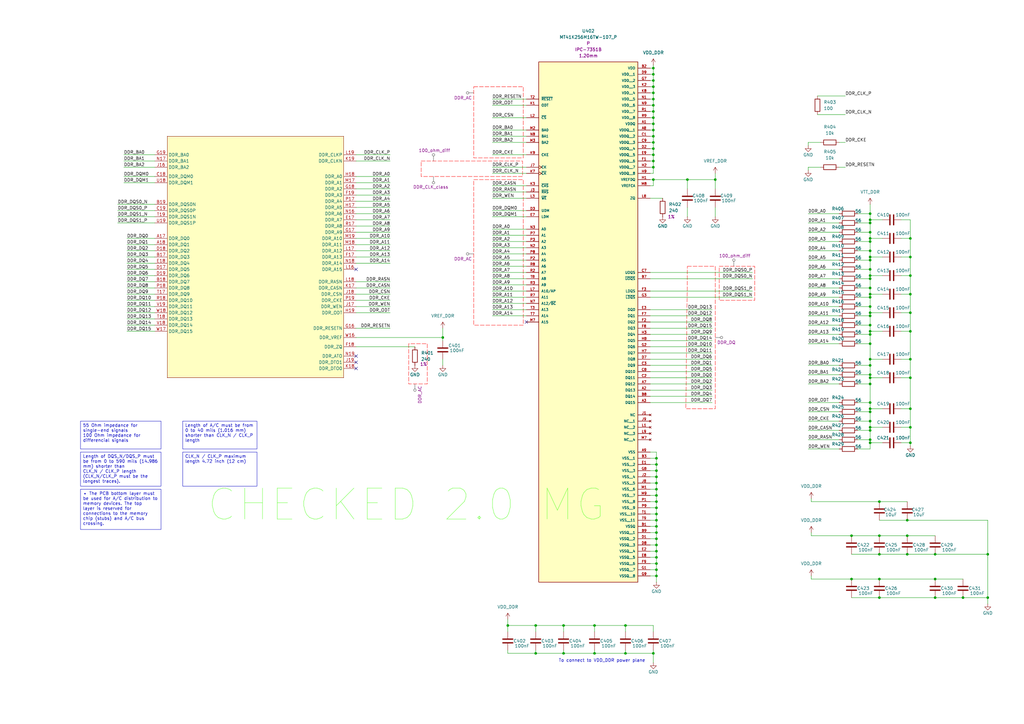
<source format=kicad_sch>
(kicad_sch (version 20250114) (generator "eeschema") (generator_version "9.0")
  (paper "A3")
  (title_block (company "COMPANY_NAME") (comment 1 "Author: Mykola Grodskyi") (comment 2 "Copyright © 2025 Mykola Grodskyi.") (comment 3 "Licensed under CERN-OHL-S v2 (see LICENSE for details)") (comment 4 "PROVIDED \"AS IS\" WITHOUT WARRANTY OF ANY KIND") (comment 5 "Source: github.com/"))
  (text "To connect to VDD_DDR power plane" (at 246.888 271.018 0) (effects (font (size 1.27 1.27))))
  (text "CHECKED 2.0 MG\n" (at 166.624 207.264 0) (effects (font (size 12.7 12.7))))
  (text_box "Length of DQS_N/DQS_P must be from 0 to 590 mils (14.986 mm) shorter than\nCLK_N / CLK_P length (CLK_N/CLK_P must be the longest traces)." (at 33.02 185.42 0) (size 33.02 13.97) (margins 0.9525 0.9525 0.9525 0.9525) (effects (font (size 1.27 1.27)) (justify left top)))
  (text_box "• The PCB bottom layer must be used for A/C distribution to memory devices. The top\nlayer is reserved for connections to the memory chip (stubs) and A/C bus crossing." (at 33.02 200.66 0) (size 33.02 16.51) (margins 0.9525 0.9525 0.9525 0.9525) (effects (font (size 1.27 1.27)) (justify left top)))
  (text_box "CLK_N / CLK_P maximum length 4.72 inch (12 cm)" (at 74.93 185.42 0) (size 30.48 13.97) (margins 0.9525 0.9525 0.9525 0.9525) (effects (font (size 1.27 1.27)) (justify left top)))
  (text_box "55 Ohm impedance for single-end signals\n100 Ohm impedance for differencial signals" (at 33.02 172.72 0) (size 33.02 11.43) (margins 0.9525 0.9525 0.9525 0.9525) (effects (font (size 1.27 1.27)) (justify left top)))
  (text_box "Length of A/C must be from 0 to 40 mils (1.016 mm) shorter than CLK_N / CLK_P\nlength \n" (at 74.93 172.72 0) (size 30.48 11.43) (margins 0.9525 0.9525 0.9525 0.9525) (effects (font (size 1.27 1.27)) (justify left top)))
  (junction (at 267.97 60.96))
  (junction (at 356.87 172.72))
  (junction (at 269.24 193.04))
  (junction (at 269.24 233.68))
  (junction (at 267.97 73.66))
  (junction (at 269.24 200.66))
  (junction (at 373.38 181.61))
  (junction (at 349.25 237.49))
  (junction (at 356.87 165.1))
  (junction (at 269.24 205.74))
  (junction (at 269.24 187.96))
  (junction (at 231.14 256.54))
  (junction (at 269.24 223.52))
  (junction (at 269.24 210.82))
  (junction (at 356.87 106.68))
  (junction (at 373.38 135.89))
  (junction (at 267.97 68.58))
  (junction (at 267.97 27.94))
  (junction (at 394.97 245.11))
  (junction (at 356.87 168.91))
  (junction (at 356.87 181.61))
  (junction (at 356.87 133.35))
  (junction (at 356.87 97.79))
  (junction (at 356.87 95.25))
  (junction (at 256.54 267.97))
  (junction (at 293.37 73.66))
  (junction (at 356.87 118.11))
  (junction (at 360.68 219.71))
  (junction (at 219.71 256.54))
  (junction (at 373.38 154.94))
  (junction (at 356.87 147.32))
  (junction (at 267.97 35.56))
  (junction (at 373.38 120.65))
  (junction (at 383.54 227.33))
  (junction (at 269.24 220.98))
  (junction (at 383.54 245.11))
  (junction (at 269.24 208.28))
  (junction (at 356.87 175.26))
  (junction (at 267.97 66.04))
  (junction (at 269.24 195.58))
  (junction (at 356.87 128.27))
  (junction (at 349.25 219.71))
  (junction (at 181.61 138.43))
  (junction (at 356.87 110.49))
  (junction (at 356.87 157.48))
  (junction (at 356.87 167.64))
  (junction (at 372.11 227.33))
  (junction (at 243.84 267.97))
  (junction (at 356.87 87.63))
  (junction (at 267.97 40.64))
  (junction (at 373.38 147.32))
  (junction (at 269.24 198.12))
  (junction (at 373.38 113.03))
  (junction (at 269.24 226.06))
  (junction (at 372.11 213.36))
  (junction (at 243.84 256.54))
  (junction (at 360.68 205.74))
  (junction (at 373.38 128.27))
  (junction (at 267.97 45.72))
  (junction (at 356.87 154.94))
  (junction (at 356.87 114.3))
  (junction (at 373.38 97.79))
  (junction (at 269.24 231.14))
  (junction (at 356.87 113.03))
  (junction (at 269.24 190.5))
  (junction (at 267.97 63.5))
  (junction (at 269.24 218.44))
  (junction (at 356.87 129.54))
  (junction (at 383.54 237.49))
  (junction (at 267.97 30.48))
  (junction (at 356.87 149.86))
  (junction (at 405.13 227.33))
  (junction (at 356.87 90.17))
  (junction (at 360.68 227.33))
  (junction (at 372.11 219.71))
  (junction (at 356.87 99.06))
  (junction (at 267.97 267.97))
  (junction (at 267.97 50.8))
  (junction (at 373.38 175.26))
  (junction (at 356.87 105.41))
  (junction (at 269.24 228.6))
  (junction (at 267.97 43.18))
  (junction (at 269.24 215.9))
  (junction (at 373.38 167.64))
  (junction (at 267.97 33.02))
  (junction (at 256.54 256.54))
  (junction (at 356.87 120.65))
  (junction (at 281.94 73.66))
  (junction (at 208.28 256.54))
  (junction (at 360.68 245.11))
  (junction (at 356.87 125.73))
  (junction (at 356.87 137.16))
  (junction (at 267.97 53.34))
  (junction (at 269.24 203.2))
  (junction (at 356.87 180.34))
  (junction (at 269.24 213.36))
  (junction (at 356.87 140.97))
  (junction (at 373.38 105.41))
  (junction (at 267.97 38.1))
  (junction (at 219.71 267.97))
  (junction (at 269.24 236.22))
  (junction (at 267.97 48.26))
  (junction (at 267.97 58.42))
  (junction (at 231.14 267.97))
  (junction (at 360.68 237.49))
  (junction (at 356.87 91.44))
  (junction (at 356.87 153.67))
  (junction (at 356.87 176.53))
  (junction (at 405.13 245.11))
  (junction (at 356.87 102.87))
  (junction (at 356.87 121.92))
  (junction (at 267.97 55.88))
  (junction (at 356.87 135.89))
  (no_connect (at 146.05 110.49))
  (no_connect (at 215.9 132.08))
  (no_connect (at 146.05 148.59))
  (no_connect (at 146.05 151.13))
  (no_connect (at 146.05 146.05))
  (wire (pts (xy 269.24 205.74) (xy 269.24 208.28)))
  (wire (pts (xy 52.07 130.81) (xy 63.5 130.81)))
  (wire (pts (xy 331.47 184.15) (xy 344.17 184.15)))
  (wire (pts (xy 373.38 97.79) (xy 373.38 105.41)))
  (wire (pts (xy 281.94 73.66) (xy 281.94 77.47)))
  (wire (pts (xy 269.24 193.04) (xy 269.24 195.58)))
  (wire (pts (xy 52.07 115.57) (xy 63.5 115.57)))
  (wire (pts (xy 356.87 180.34) (xy 356.87 181.61)))
  (wire (pts (xy 356.87 95.25) (xy 356.87 97.79)))
  (wire (pts (xy 201.93 101.6) (xy 215.9 101.6)))
  (wire (pts (xy 256.54 256.54) (xy 256.54 259.08)))
  (wire (pts (xy 361.95 181.61) (xy 356.87 181.61)))
  (wire (pts (xy 383.54 245.11) (xy 394.97 245.11)))
  (wire (pts (xy 356.87 99.06) (xy 356.87 102.87)))
  (wire (pts (xy 360.68 245.11) (xy 383.54 245.11)))
  (wire (pts (xy 356.87 90.17) (xy 356.87 91.44)))
  (wire (pts (xy 266.7 149.86) (xy 292.1 149.86)))
  (wire (pts (xy 160.02 66.04) (xy 146.05 66.04)))
  (wire (pts (xy 267.97 30.48) (xy 267.97 33.02)))
  (wire (pts (xy 356.87 87.63) (xy 356.87 90.17)))
  (wire (pts (xy 331.47 176.53) (xy 344.17 176.53)))
  (wire (pts (xy 267.97 267.97) (xy 267.97 271.78)))
  (wire (pts (xy 356.87 114.3) (xy 351.79 114.3)))
  (wire (pts (xy 269.24 208.28) (xy 266.7 208.28)))
  (wire (pts (xy 356.87 106.68) (xy 356.87 110.49)))
  (wire (pts (xy 266.7 129.54) (xy 292.1 129.54)))
  (wire (pts (xy 331.47 68.58) (xy 336.55 68.58)))
  (wire (pts (xy 331.47 137.16) (xy 344.17 137.16)))
  (wire (pts (xy 373.38 135.89) (xy 373.38 147.32)))
  (wire (pts (xy 356.87 118.11) (xy 351.79 118.11)))
  (wire (pts (xy 269.24 198.12) (xy 266.7 198.12)))
  (wire (pts (xy 356.87 140.97) (xy 356.87 147.32)))
  (wire (pts (xy 269.24 213.36) (xy 269.24 215.9)))
  (wire (pts (xy 356.87 176.53) (xy 356.87 180.34)))
  (wire (pts (xy 356.87 97.79) (xy 356.87 99.06)))
  (wire (pts (xy 356.87 137.16) (xy 351.79 137.16)))
  (wire (pts (xy 269.24 226.06) (xy 266.7 226.06)))
  (wire (pts (xy 52.07 102.87) (xy 63.5 102.87)))
  (wire (pts (xy 48.26 86.36) (xy 63.5 86.36)))
  (wire (pts (xy 361.95 120.65) (xy 356.87 120.65)))
  (wire (pts (xy 356.87 110.49) (xy 351.79 110.49)))
  (wire (pts (xy 360.68 213.36) (xy 372.11 213.36)))
  (wire (pts (xy 361.95 97.79) (xy 356.87 97.79)))
  (wire (pts (xy 356.87 180.34) (xy 351.79 180.34)))
  (wire (pts (xy 160.02 102.87) (xy 146.05 102.87)))
  (wire (pts (xy 356.87 165.1) (xy 356.87 167.64)))
  (wire (pts (xy 373.38 128.27) (xy 369.57 128.27)))
  (wire (pts (xy 269.24 200.66) (xy 266.7 200.66)))
  (wire (pts (xy 266.7 139.7) (xy 292.1 139.7)))
  (wire (pts (xy 331.47 58.42) (xy 336.55 58.42)))
  (wire (pts (xy 372.11 227.33) (xy 383.54 227.33)))
  (wire (pts (xy 356.87 87.63) (xy 351.79 87.63)))
  (wire (pts (xy 356.87 129.54) (xy 356.87 133.35)))
  (wire (pts (xy 267.97 40.64) (xy 267.97 43.18)))
  (wire (pts (xy 201.93 86.36) (xy 215.9 86.36)))
  (wire (pts (xy 160.02 118.11) (xy 146.05 118.11)))
  (wire (pts (xy 267.97 43.18) (xy 267.97 45.72)))
  (wire (pts (xy 52.07 135.89) (xy 63.5 135.89)))
  (wire (pts (xy 394.97 245.11) (xy 405.13 245.11)))
  (wire (pts (xy 48.26 91.44) (xy 63.5 91.44)))
  (wire (pts (xy 383.54 237.49) (xy 394.97 237.49)))
  (wire (pts (xy 160.02 95.25) (xy 146.05 95.25)))
  (wire (pts (xy 266.7 157.48) (xy 292.1 157.48)))
  (wire (pts (xy 52.07 128.27) (xy 63.5 128.27)))
  (wire (pts (xy 267.97 27.94) (xy 266.7 27.94)))
  (wire (pts (xy 405.13 245.11) (xy 405.13 247.65)))
  (wire (pts (xy 269.24 195.58) (xy 266.7 195.58)))
  (wire (pts (xy 269.24 220.98) (xy 266.7 220.98)))
  (wire (pts (xy 266.7 134.62) (xy 292.1 134.62)))
  (wire (pts (xy 201.93 121.92) (xy 215.9 121.92)))
  (wire (pts (xy 267.97 68.58) (xy 267.97 71.12)))
  (wire (pts (xy 267.97 33.02) (xy 266.7 33.02)))
  (wire (pts (xy 269.24 185.42) (xy 269.24 187.96)))
  (wire (pts (xy 266.7 119.38) (xy 308.61 119.38)))
  (wire (pts (xy 269.24 223.52) (xy 266.7 223.52)))
  (wire (pts (xy 349.25 219.71) (xy 360.68 219.71)))
  (wire (pts (xy 269.24 220.98) (xy 269.24 223.52)))
  (wire (pts (xy 267.97 26.67) (xy 267.97 27.94)))
  (wire (pts (xy 267.97 55.88) (xy 266.7 55.88)))
  (wire (pts (xy 331.47 59.69) (xy 331.47 58.42)))
  (wire (pts (xy 372.11 219.71) (xy 383.54 219.71)))
  (wire (pts (xy 160.02 125.73) (xy 146.05 125.73)))
  (wire (pts (xy 266.7 73.66) (xy 267.97 73.66)))
  (wire (pts (xy 267.97 55.88) (xy 267.97 58.42)))
  (wire (pts (xy 267.97 266.7) (xy 267.97 267.97)))
  (wire (pts (xy 243.84 266.7) (xy 243.84 267.97)))
  (wire (pts (xy 52.07 118.11) (xy 63.5 118.11)))
  (wire (pts (xy 160.02 120.65) (xy 146.05 120.65)))
  (wire (pts (xy 160.02 82.55) (xy 146.05 82.55)))
  (wire (pts (xy 269.24 208.28) (xy 269.24 210.82)))
  (wire (pts (xy 356.87 181.61) (xy 356.87 184.15)))
  (wire (pts (xy 50.8 63.5) (xy 63.5 63.5)))
  (wire (pts (xy 269.24 226.06) (xy 269.24 228.6)))
  (wire (pts (xy 266.7 162.56) (xy 292.1 162.56)))
  (wire (pts (xy 344.17 68.58) (xy 346.71 68.58)))
  (wire (pts (xy 266.7 160.02) (xy 292.1 160.02)))
  (wire (pts (xy 281.94 73.66) (xy 293.37 73.66)))
  (wire (pts (xy 266.7 114.3) (xy 308.61 114.3)))
  (wire (pts (xy 256.54 266.7) (xy 256.54 267.97)))
  (wire (pts (xy 208.28 266.7) (xy 208.28 267.97)))
  (wire (pts (xy 267.97 40.64) (xy 266.7 40.64)))
  (wire (pts (xy 269.24 187.96) (xy 269.24 190.5)))
  (wire (pts (xy 181.61 134.62) (xy 181.61 138.43)))
  (wire (pts (xy 160.02 77.47) (xy 146.05 77.47)))
  (wire (pts (xy 331.47 106.68) (xy 344.17 106.68)))
  (wire (pts (xy 269.24 231.14) (xy 269.24 233.68)))
  (wire (pts (xy 160.02 115.57) (xy 146.05 115.57)))
  (wire (pts (xy 208.28 254) (xy 208.28 256.54)))
  (wire (pts (xy 373.38 154.94) (xy 369.57 154.94)))
  (wire (pts (xy 267.97 53.34) (xy 266.7 53.34)))
  (wire (pts (xy 373.38 154.94) (xy 373.38 167.64)))
  (wire (pts (xy 372.11 213.36) (xy 405.13 213.36)))
  (wire (pts (xy 266.7 144.78) (xy 292.1 144.78)))
  (wire (pts (xy 331.47 110.49) (xy 344.17 110.49)))
  (wire (pts (xy 160.02 107.95) (xy 146.05 107.95)))
  (wire (pts (xy 405.13 227.33) (xy 405.13 245.11)))
  (wire (pts (xy 160.02 128.27) (xy 146.05 128.27)))
  (wire (pts (xy 266.7 137.16) (xy 292.1 137.16)))
  (wire (pts (xy 267.97 63.5) (xy 266.7 63.5)))
  (wire (pts (xy 201.93 88.9) (xy 215.9 88.9)))
  (wire (pts (xy 356.87 147.32) (xy 356.87 149.86)))
  (wire (pts (xy 269.24 193.04) (xy 266.7 193.04)))
  (wire (pts (xy 201.93 81.28) (xy 215.9 81.28)))
  (wire (pts (xy 201.93 99.06) (xy 215.9 99.06)))
  (wire (pts (xy 361.95 147.32) (xy 356.87 147.32)))
  (wire (pts (xy 331.47 102.87) (xy 344.17 102.87)))
  (wire (pts (xy 356.87 128.27) (xy 356.87 129.54)))
  (wire (pts (xy 373.38 167.64) (xy 369.57 167.64)))
  (wire (pts (xy 266.7 127) (xy 292.1 127)))
  (wire (pts (xy 269.24 210.82) (xy 266.7 210.82)))
  (wire (pts (xy 52.07 100.33) (xy 63.5 100.33)))
  (wire (pts (xy 160.02 90.17) (xy 146.05 90.17)))
  (wire (pts (xy 269.24 236.22) (xy 269.24 238.76)))
  (wire (pts (xy 349.25 227.33) (xy 360.68 227.33)))
  (wire (pts (xy 231.14 267.97) (xy 243.84 267.97)))
  (wire (pts (xy 331.47 125.73) (xy 344.17 125.73)))
  (wire (pts (xy 266.7 165.1) (xy 292.1 165.1)))
  (wire (pts (xy 356.87 110.49) (xy 356.87 113.03)))
  (wire (pts (xy 208.28 267.97) (xy 219.71 267.97)))
  (wire (pts (xy 373.38 128.27) (xy 373.38 135.89)))
  (wire (pts (xy 356.87 125.73) (xy 351.79 125.73)))
  (wire (pts (xy 48.26 88.9) (xy 63.5 88.9)))
  (wire (pts (xy 361.95 154.94) (xy 356.87 154.94)))
  (wire (pts (xy 160.02 97.79) (xy 146.05 97.79)))
  (wire (pts (xy 256.54 256.54) (xy 267.97 256.54)))
  (wire (pts (xy 201.93 96.52) (xy 215.9 96.52)))
  (wire (pts (xy 269.24 190.5) (xy 266.7 190.5)))
  (wire (pts (xy 331.47 149.86) (xy 344.17 149.86)))
  (wire (pts (xy 50.8 66.04) (xy 63.5 66.04)))
  (wire (pts (xy 356.87 167.64) (xy 356.87 168.91)))
  (wire (pts (xy 219.71 266.7) (xy 219.71 267.97)))
  (wire (pts (xy 356.87 154.94) (xy 356.87 157.48)))
  (wire (pts (xy 356.87 157.48) (xy 356.87 165.1)))
  (wire (pts (xy 349.25 245.11) (xy 360.68 245.11)))
  (wire (pts (xy 356.87 149.86) (xy 351.79 149.86)))
  (wire (pts (xy 373.38 147.32) (xy 369.57 147.32)))
  (wire (pts (xy 332.74 219.71) (xy 349.25 219.71)))
  (wire (pts (xy 269.24 228.6) (xy 266.7 228.6)))
  (wire (pts (xy 160.02 123.19) (xy 146.05 123.19)))
  (wire (pts (xy 351.79 95.25) (xy 356.87 95.25)))
  (wire (pts (xy 267.97 38.1) (xy 266.7 38.1)))
  (wire (pts (xy 266.7 81.28) (xy 271.78 81.28)))
  (wire (pts (xy 160.02 74.93) (xy 146.05 74.93)))
  (wire (pts (xy 219.71 256.54) (xy 231.14 256.54)))
  (wire (pts (xy 269.24 213.36) (xy 266.7 213.36)))
  (wire (pts (xy 269.24 215.9) (xy 266.7 215.9)))
  (wire (pts (xy 267.97 53.34) (xy 267.97 55.88)))
  (wire (pts (xy 356.87 129.54) (xy 351.79 129.54)))
  (wire (pts (xy 373.38 175.26) (xy 369.57 175.26)))
  (wire (pts (xy 356.87 157.48) (xy 351.79 157.48)))
  (wire (pts (xy 356.87 102.87) (xy 356.87 105.41)))
  (wire (pts (xy 243.84 256.54) (xy 256.54 256.54)))
  (wire (pts (xy 52.07 105.41) (xy 63.5 105.41)))
  (wire (pts (xy 373.38 175.26) (xy 373.38 181.61)))
  (wire (pts (xy 266.7 142.24) (xy 292.1 142.24)))
  (wire (pts (xy 332.74 236.22) (xy 332.74 237.49)))
  (wire (pts (xy 201.93 93.98) (xy 215.9 93.98)))
  (wire (pts (xy 201.93 104.14) (xy 215.9 104.14)))
  (wire (pts (xy 201.93 48.26) (xy 215.9 48.26)))
  (wire (pts (xy 201.93 116.84) (xy 215.9 116.84)))
  (wire (pts (xy 267.97 76.2) (xy 267.97 73.66)))
  (wire (pts (xy 361.95 175.26) (xy 356.87 175.26)))
  (wire (pts (xy 373.38 90.17) (xy 369.57 90.17)))
  (wire (pts (xy 181.61 139.7) (xy 181.61 138.43)))
  (wire (pts (xy 201.93 63.5) (xy 215.9 63.5)))
  (wire (pts (xy 293.37 73.66) (xy 293.37 77.47)))
  (wire (pts (xy 356.87 113.03) (xy 356.87 114.3)))
  (wire (pts (xy 50.8 72.39) (xy 63.5 72.39)))
  (wire (pts (xy 269.24 203.2) (xy 269.24 205.74)))
  (wire (pts (xy 331.47 95.25) (xy 344.17 95.25)))
  (wire (pts (xy 201.93 124.46) (xy 215.9 124.46)))
  (wire (pts (xy 201.93 43.18) (xy 215.9 43.18)))
  (wire (pts (xy 201.93 114.3) (xy 215.9 114.3)))
  (wire (pts (xy 160.02 85.09) (xy 146.05 85.09)))
  (wire (pts (xy 373.38 113.03) (xy 369.57 113.03)))
  (wire (pts (xy 269.24 198.12) (xy 269.24 200.66)))
  (wire (pts (xy 281.94 88.9) (xy 281.94 85.09)))
  (wire (pts (xy 373.38 181.61) (xy 369.57 181.61)))
  (wire (pts (xy 331.47 165.1) (xy 344.17 165.1)))
  (wire (pts (xy 356.87 176.53) (xy 351.79 176.53)))
  (wire (pts (xy 351.79 99.06) (xy 356.87 99.06)))
  (wire (pts (xy 269.24 185.42) (xy 266.7 185.42)))
  (wire (pts (xy 356.87 184.15) (xy 351.79 184.15)))
  (wire (pts (xy 266.7 147.32) (xy 292.1 147.32)))
  (wire (pts (xy 373.38 120.65) (xy 369.57 120.65)))
  (wire (pts (xy 201.93 76.2) (xy 215.9 76.2)))
  (wire (pts (xy 361.95 128.27) (xy 356.87 128.27)))
  (wire (pts (xy 201.93 71.12) (xy 215.9 71.12)))
  (wire (pts (xy 201.93 55.88) (xy 215.9 55.88)))
  (wire (pts (xy 267.97 58.42) (xy 266.7 58.42)))
  (wire (pts (xy 267.97 33.02) (xy 267.97 35.56)))
  (wire (pts (xy 201.93 53.34) (xy 215.9 53.34)))
  (wire (pts (xy 293.37 88.9) (xy 293.37 85.09)))
  (wire (pts (xy 267.97 35.56) (xy 267.97 38.1)))
  (wire (pts (xy 361.95 105.41) (xy 356.87 105.41)))
  (wire (pts (xy 335.28 39.37) (xy 346.71 39.37)))
  (wire (pts (xy 373.38 181.61) (xy 373.38 182.88)))
  (wire (pts (xy 373.38 167.64) (xy 373.38 175.26)))
  (wire (pts (xy 360.68 227.33) (xy 372.11 227.33)))
  (wire (pts (xy 267.97 58.42) (xy 267.97 60.96)))
  (wire (pts (xy 269.24 228.6) (xy 269.24 231.14)))
  (wire (pts (xy 52.07 107.95) (xy 63.5 107.95)))
  (wire (pts (xy 332.74 218.44) (xy 332.74 219.71)))
  (wire (pts (xy 269.24 233.68) (xy 266.7 233.68)))
  (wire (pts (xy 331.47 140.97) (xy 344.17 140.97)))
  (wire (pts (xy 356.87 120.65) (xy 356.87 121.92)))
  (wire (pts (xy 373.38 90.17) (xy 373.38 97.79)))
  (wire (pts (xy 269.24 203.2) (xy 266.7 203.2)))
  (wire (pts (xy 269.24 231.14) (xy 266.7 231.14)))
  (wire (pts (xy 373.38 135.89) (xy 369.57 135.89)))
  (wire (pts (xy 267.97 66.04) (xy 266.7 66.04)))
  (wire (pts (xy 331.47 91.44) (xy 344.17 91.44)))
  (wire (pts (xy 219.71 256.54) (xy 219.71 259.08)))
  (wire (pts (xy 146.05 138.43) (xy 181.61 138.43)))
  (wire (pts (xy 332.74 204.47) (xy 332.74 205.74)))
  (wire (pts (xy 52.07 110.49) (xy 63.5 110.49)))
  (wire (pts (xy 356.87 135.89) (xy 356.87 137.16)))
  (wire (pts (xy 373.38 147.32) (xy 373.38 154.94)))
  (wire (pts (xy 267.97 60.96) (xy 266.7 60.96)))
  (wire (pts (xy 269.24 205.74) (xy 266.7 205.74)))
  (wire (pts (xy 269.24 218.44) (xy 269.24 220.98)))
  (wire (pts (xy 256.54 267.97) (xy 267.97 267.97)))
  (wire (pts (xy 231.14 256.54) (xy 243.84 256.54)))
  (wire (pts (xy 267.97 259.08) (xy 267.97 256.54)))
  (wire (pts (xy 52.07 125.73) (xy 63.5 125.73)))
  (wire (pts (xy 356.87 121.92) (xy 351.79 121.92)))
  (wire (pts (xy 219.71 267.97) (xy 231.14 267.97)))
  (wire (pts (xy 361.95 113.03) (xy 356.87 113.03)))
  (wire (pts (xy 356.87 102.87) (xy 351.79 102.87)))
  (wire (pts (xy 160.02 80.01) (xy 146.05 80.01)))
  (wire (pts (xy 331.47 180.34) (xy 344.17 180.34)))
  (wire (pts (xy 331.47 129.54) (xy 344.17 129.54)))
  (wire (pts (xy 267.97 43.18) (xy 266.7 43.18)))
  (wire (pts (xy 361.95 135.89) (xy 356.87 135.89)))
  (wire (pts (xy 267.97 35.56) (xy 266.7 35.56)))
  (wire (pts (xy 331.47 172.72) (xy 344.17 172.72)))
  (wire (pts (xy 361.95 90.17) (xy 356.87 90.17)))
  (wire (pts (xy 201.93 40.64) (xy 215.9 40.64)))
  (wire (pts (xy 356.87 137.16) (xy 356.87 140.97)))
  (wire (pts (xy 331.47 118.11) (xy 344.17 118.11)))
  (wire (pts (xy 146.05 142.24) (xy 170.18 142.24)))
  (wire (pts (xy 373.38 97.79) (xy 369.57 97.79)))
  (wire (pts (xy 356.87 105.41) (xy 356.87 106.68)))
  (wire (pts (xy 52.07 123.19) (xy 63.5 123.19)))
  (wire (pts (xy 356.87 153.67) (xy 356.87 154.94)))
  (wire (pts (xy 356.87 118.11) (xy 356.87 120.65)))
  (wire (pts (xy 267.97 27.94) (xy 267.97 30.48)))
  (wire (pts (xy 361.95 167.64) (xy 356.87 167.64)))
  (wire (pts (xy 331.47 99.06) (xy 344.17 99.06)))
  (wire (pts (xy 331.47 87.63) (xy 344.17 87.63)))
  (wire (pts (xy 267.97 45.72) (xy 266.7 45.72)))
  (wire (pts (xy 356.87 114.3) (xy 356.87 118.11)))
  (wire (pts (xy 356.87 106.68) (xy 351.79 106.68)))
  (wire (pts (xy 293.37 71.12) (xy 293.37 73.66)))
  (wire (pts (xy 331.47 153.67) (xy 344.17 153.67)))
  (wire (pts (xy 269.24 233.68) (xy 269.24 236.22)))
  (wire (pts (xy 267.97 48.26) (xy 267.97 50.8)))
  (wire (pts (xy 201.93 68.58) (xy 215.9 68.58)))
  (wire (pts (xy 160.02 87.63) (xy 146.05 87.63)))
  (wire (pts (xy 201.93 111.76) (xy 215.9 111.76)))
  (wire (pts (xy 267.97 63.5) (xy 267.97 66.04)))
  (wire (pts (xy 181.61 149.86) (xy 181.61 147.32)))
  (wire (pts (xy 267.97 38.1) (xy 267.97 40.64)))
  (wire (pts (xy 356.87 172.72) (xy 351.79 172.72)))
  (wire (pts (xy 331.47 121.92) (xy 344.17 121.92)))
  (wire (pts (xy 356.87 165.1) (xy 351.79 165.1)))
  (wire (pts (xy 373.38 105.41) (xy 369.57 105.41)))
  (wire (pts (xy 269.24 200.66) (xy 269.24 203.2)))
  (wire (pts (xy 356.87 175.26) (xy 356.87 176.53)))
  (wire (pts (xy 267.97 50.8) (xy 266.7 50.8)))
  (wire (pts (xy 373.38 113.03) (xy 373.38 120.65)))
  (wire (pts (xy 269.24 190.5) (xy 269.24 193.04)))
  (wire (pts (xy 266.7 111.76) (xy 308.61 111.76)))
  (wire (pts (xy 201.93 109.22) (xy 215.9 109.22)))
  (wire (pts (xy 356.87 172.72) (xy 356.87 175.26)))
  (wire (pts (xy 356.87 149.86) (xy 356.87 153.67)))
  (wire (pts (xy 331.47 168.91) (xy 344.17 168.91)))
  (wire (pts (xy 331.47 114.3) (xy 344.17 114.3)))
  (wire (pts (xy 356.87 91.44) (xy 356.87 95.25)))
  (wire (pts (xy 267.97 50.8) (xy 267.97 53.34)))
  (wire (pts (xy 52.07 120.65) (xy 63.5 120.65)))
  (wire (pts (xy 243.84 256.54) (xy 243.84 259.08)))
  (wire (pts (xy 269.24 187.96) (xy 266.7 187.96)))
  (wire (pts (xy 267.97 30.48) (xy 266.7 30.48)))
  (wire (pts (xy 266.7 76.2) (xy 267.97 76.2)))
  (wire (pts (xy 266.7 154.94) (xy 292.1 154.94)))
  (wire (pts (xy 48.26 83.82) (xy 63.5 83.82)))
  (wire (pts (xy 201.93 119.38) (xy 215.9 119.38)))
  (wire (pts (xy 360.68 205.74) (xy 372.11 205.74)))
  (wire (pts (xy 356.87 140.97) (xy 351.79 140.97)))
  (wire (pts (xy 50.8 68.58) (xy 63.5 68.58)))
  (wire (pts (xy 266.7 132.08) (xy 292.1 132.08)))
  (wire (pts (xy 269.24 236.22) (xy 266.7 236.22)))
  (wire (pts (xy 373.38 120.65) (xy 373.38 128.27)))
  (wire (pts (xy 373.38 105.41) (xy 373.38 113.03)))
  (wire (pts (xy 349.25 237.49) (xy 360.68 237.49)))
  (wire (pts (xy 331.47 157.48) (xy 344.17 157.48)))
  (wire (pts (xy 356.87 168.91) (xy 351.79 168.91)))
  (wire (pts (xy 267.97 45.72) (xy 267.97 48.26)))
  (wire (pts (xy 332.74 205.74) (xy 360.68 205.74)))
  (wire (pts (xy 267.97 48.26) (xy 266.7 48.26)))
  (wire (pts (xy 267.97 60.96) (xy 267.97 63.5)))
  (wire (pts (xy 160.02 105.41) (xy 146.05 105.41)))
  (wire (pts (xy 201.93 58.42) (xy 215.9 58.42)))
  (wire (pts (xy 383.54 227.33) (xy 405.13 227.33)))
  (wire (pts (xy 356.87 121.92) (xy 356.87 125.73)))
  (wire (pts (xy 52.07 133.35) (xy 63.5 133.35)))
  (wire (pts (xy 356.87 133.35) (xy 351.79 133.35)))
  (wire (pts (xy 231.14 256.54) (xy 231.14 259.08)))
  (wire (pts (xy 331.47 133.35) (xy 344.17 133.35)))
  (wire (pts (xy 201.93 129.54) (xy 215.9 129.54)))
  (wire (pts (xy 332.74 237.49) (xy 349.25 237.49)))
  (wire (pts (xy 267.97 66.04) (xy 267.97 68.58)))
  (wire (pts (xy 356.87 153.67) (xy 351.79 153.67)))
  (wire (pts (xy 269.24 215.9) (xy 269.24 218.44)))
  (wire (pts (xy 208.28 256.54) (xy 208.28 259.08)))
  (wire (pts (xy 50.8 74.93) (xy 63.5 74.93)))
  (wire (pts (xy 160.02 63.5) (xy 146.05 63.5)))
  (wire (pts (xy 160.02 72.39) (xy 146.05 72.39)))
  (wire (pts (xy 405.13 213.36) (xy 405.13 227.33)))
  (wire (pts (xy 360.68 219.71) (xy 372.11 219.71)))
  (wire (pts (xy 269.24 195.58) (xy 269.24 198.12)))
  (wire (pts (xy 267.97 73.66) (xy 281.94 73.66)))
  (wire (pts (xy 269.24 210.82) (xy 269.24 213.36)))
  (wire (pts (xy 269.24 223.52) (xy 269.24 226.06)))
  (wire (pts (xy 346.71 46.99) (xy 335.28 46.99)))
  (wire (pts (xy 344.17 58.42) (xy 346.71 58.42)))
  (wire (pts (xy 266.7 121.92) (xy 308.61 121.92)))
  (wire (pts (xy 201.93 106.68) (xy 215.9 106.68)))
  (wire (pts (xy 356.87 168.91) (xy 356.87 172.72)))
  (wire (pts (xy 201.93 127) (xy 215.9 127)))
  (wire (pts (xy 208.28 256.54) (xy 219.71 256.54)))
  (wire (pts (xy 201.93 78.74) (xy 215.9 78.74)))
  (wire (pts (xy 52.07 97.79) (xy 63.5 97.79)))
  (wire (pts (xy 160.02 100.33) (xy 146.05 100.33)))
  (wire (pts (xy 52.07 113.03) (xy 63.5 113.03)))
  (wire (pts (xy 160.02 134.62) (xy 146.05 134.62)))
  (wire (pts (xy 267.97 68.58) (xy 266.7 68.58)))
  (wire (pts (xy 360.68 237.49) (xy 383.54 237.49)))
  (wire (pts (xy 269.24 218.44) (xy 266.7 218.44)))
  (wire (pts (xy 351.79 91.44) (xy 356.87 91.44)))
  (wire (pts (xy 160.02 92.71) (xy 146.05 92.71)))
  (wire (pts (xy 331.47 69.85) (xy 331.47 68.58)))
  (wire (pts (xy 243.84 267.97) (xy 256.54 267.97)))
  (wire (pts (xy 266.7 152.4) (xy 292.1 152.4)))
  (wire (pts (xy 356.87 125.73) (xy 356.87 128.27)))
  (wire (pts (xy 356.87 133.35) (xy 356.87 135.89)))
  (wire (pts (xy 231.14 266.7) (xy 231.14 267.97)))
  (wire (pts (xy 267.97 71.12) (xy 266.7 71.12)))
  (wire (pts (xy 356.87 83.82) (xy 356.87 87.63)))
  (label "DDR_RASN" (at 201.93 78.74 0))
  (label "DDR_DQS0_P" (at 308.61 111.76 180))
  (label "DDR_DQ10" (at 52.07 123.19 0))
  (label "DDR_DQ9" (at 52.07 120.65 0))
  (label "DDR_A10" (at 331.47 125.73 0))
  (label "DDR_A12" (at 201.93 124.46 0))
  (label "DDR_CKE" (at 331.47 172.72 0))
  (label "DDR_DQ3" (at 52.07 105.41 0))
  (label "DDR_A1" (at 201.93 96.52 0))
  (label "DDR_CASN" (at 331.47 176.53 0))
  (label "DDR_ODT" (at 201.93 43.18 0))
  (label "DDR_BA0" (at 50.8 63.5 0))
  (label "DDR_DQ5" (at 52.07 110.49 0))
  (label "DDR_DQ2" (at 292.1 157.48 180))
  (label "DDR_A2" (at 160.02 77.47 180))
  (label "DDR_A8" (at 331.47 118.11 0))
  (label "DDR_DQ14" (at 292.1 139.7 180))
  (label "DDR_DQS1_P" (at 308.61 119.38 180))
  (label "DDR_A10" (at 201.93 119.38 0))
  (label "DDR_A3" (at 160.02 80.01 180))
  (label "DDR_A3" (at 331.47 99.06 0))
  (label "DDR_A9" (at 160.02 95.25 180))
  (label "DDR_DQ3" (at 292.1 160.02 180))
  (label "DDR_BA2" (at 50.8 68.58 0))
  (label "DDR_A14" (at 331.47 140.97 0))
  (label "DDR_CSN" (at 201.93 48.26 0))
  (label "DDR_A4" (at 160.02 82.55 180))
  (label "DDR_DQS1_P" (at 48.26 91.44 0))
  (label "DDR_CKE" (at 346.71 58.42 0))
  (label "DDR_A7" (at 331.47 114.3 0))
  (label "DDR_A5" (at 201.93 106.68 0))
  (label "DDR_A9" (at 331.47 121.92 0))
  (label "DDR_DQM0" (at 201.93 86.36 0))
  (label "DDR_DQ8" (at 52.07 118.11 0))
  (label "DDR_CASN" (at 201.93 76.2 0))
  (label "DDR_A4" (at 331.47 102.87 0))
  (label "DDR_CLK_N" (at 160.02 66.04 180))
  (label "DDR_DQ13" (at 292.1 127 180))
  (label "DDR_A3" (at 201.93 101.6 0))
  (label "DDR_RESETN" (at 160.02 134.62 180))
  (label "DDR_ODT" (at 160.02 128.27 180))
  (label "DDR_A0" (at 160.02 72.39 180))
  (label "DDR_DQ10" (at 292.1 142.24 180))
  (label "DDR_CLK_P" (at 160.02 63.5 180))
  (label "DDR_DQ0" (at 292.1 154.94 180))
  (label "DDR_CKE" (at 201.93 63.5 0))
  (label "DDR_WEN" (at 160.02 125.73 180))
  (label "DDR_DQ14" (at 52.07 133.35 0))
  (label "DDR_BA0" (at 331.47 149.86 0))
  (label "DDR_BA1" (at 50.8 66.04 0))
  (label "DDR_DQ11" (at 292.1 144.78 180))
  (label "DDR_BA1" (at 201.93 55.88 0))
  (label "DDR_A14" (at 201.93 129.54 0))
  (label "DDR_WEN" (at 331.47 184.15 0))
  (label "DDR_CLK_N" (at 346.71 46.99 0))
  (label "DDR_A8" (at 201.93 114.3 0))
  (label "DDR_DQ7" (at 52.07 115.57 0))
  (label "DDR_DQ7" (at 292.1 165.1 180))
  (label "DDR_CKE" (at 160.02 123.19 180))
  (label "DDR_DQ15" (at 292.1 134.62 180))
  (label "DDR_A6" (at 331.47 110.49 0))
  (label "DDR_DQ5" (at 292.1 152.4 180))
  (label "DDR_BA2" (at 331.47 157.48 0))
  (label "DDR_A1" (at 331.47 91.44 0))
  (label "DDR_A0" (at 331.47 87.63 0))
  (label "DDR_A2" (at 331.47 95.25 0))
  (label "DDR_DQ13" (at 52.07 130.81 0))
  (label "DDR_ODT" (at 331.47 165.1 0))
  (label "DDR_DQS1_N" (at 48.26 88.9 0))
  (label "DDR_DQ6" (at 52.07 113.03 0))
  (label "DDR_A13" (at 331.47 137.16 0))
  (label "DDR_DQ12" (at 52.07 128.27 0))
  (label "DDR_A14" (at 160.02 107.95 180))
  (label "DDR_DQ15" (at 52.07 135.89 0))
  (label "DDR_A1" (at 160.02 74.93 180))
  (label "DDR_DQS0_P" (at 48.26 86.36 0))
  (label "DDR_A11" (at 201.93 121.92 0))
  (label "DDR_CLK_P" (at 346.71 39.37 0))
  (label "DDR_A7" (at 160.02 90.17 180))
  (label "DDR_BA2" (at 201.93 58.42 0))
  (label "DDR_A2" (at 201.93 99.06 0))
  (label "DDR_A4" (at 201.93 104.14 0))
  (label "DDR_A5" (at 160.02 85.09 180))
  (label "DDR_A9" (at 201.93 116.84 0))
  (label "DDR_DQ2" (at 52.07 102.87 0))
  (label "DDR_A6" (at 160.02 87.63 180))
  (label "DDR_A8" (at 160.02 92.71 180))
  (label "DDR_A12" (at 160.02 102.87 180))
  (label "DDR_DQS0_N" (at 48.26 83.82 0))
  (label "DDR_A7" (at 201.93 111.76 0))
  (label "DDR_DQ0" (at 52.07 97.79 0))
  (label "DDR_DQ1" (at 292.1 149.86 180))
  (label "DDR_DQ8" (at 292.1 132.08 180))
  (label "DDR_A5" (at 331.47 106.68 0))
  (label "DDR_RASN" (at 160.02 115.57 180))
  (label "DDR_RESETN" (at 201.93 40.64 0))
  (label "DDR_A12" (at 331.47 133.35 0))
  (label "DDR_DQ11" (at 52.07 125.73 0))
  (label "DDR_CLK_P" (at 201.93 68.58 0))
  (label "DDR_CLK_N" (at 201.93 71.12 0))
  (label "DDR_DQS1_N" (at 308.61 121.92 180))
  (label "DDR_DQ9" (at 292.1 137.16 180))
  (label "DDR_CSN" (at 331.47 168.91 0))
  (label "DDR_A11" (at 331.47 129.54 0))
  (label "DDR_A11" (at 160.02 100.33 180))
  (label "DDR_DQM1" (at 201.93 88.9 0))
  (label "DDR_BA0" (at 201.93 53.34 0))
  (label "DDR_A10" (at 160.02 97.79 180))
  (label "DDR_CASN" (at 160.02 118.11 180))
  (label "DDR_DQ6" (at 292.1 147.32 180))
  (label "DDR_DQ4" (at 52.07 107.95 0))
  (label "DDR_CSN" (at 160.02 120.65 180))
  (label "DDR_DQM0" (at 50.8 72.39 0))
  (label "DDR_DQ1" (at 52.07 100.33 0))
  (label "DDR_RASN" (at 331.47 180.34 0))
  (label "DDR_A6" (at 201.93 109.22 0))
  (label "DDR_DQ4" (at 292.1 162.56 180))
  (label "DDR_WEN" (at 201.93 81.28 0))
  (label "DDR_DQ12" (at 292.1 129.54 180))
  (label "DDR_DQM1" (at 50.8 74.93 0))
  (label "DDR_A13" (at 160.02 105.41 180))
  (label "DDR_DQS0_N" (at 308.61 114.3 180))
  (label "DDR_A0" (at 201.93 93.98 0))
  (label "DDR_A13" (at 201.93 127 0))
  (label "DDR_RESETN" (at 346.71 68.58 0))
  (label "DDR_BA1" (at 331.47 153.67 0))
  (rule_area (polyline (pts (xy 294.9575 109.22) (xy 309.5625 109.22) (xy 309.5625 123.19) (xy 294.9575 123.19)) (stroke (width 0) (type dash))))
  (rule_area (polyline (pts (xy 194.31 35.56) (xy 214.63 35.56) (xy 214.63 64.77) (xy 194.31 64.77)) (stroke (width 0) (type dash))))
  (rule_area (polyline (pts (xy 194.31 73.66) (xy 214.63 73.66) (xy 214.63 133.35) (xy 194.31 133.35)) (stroke (width 0) (type dash))))
  (rule_area (polyline (pts (xy 167.64 140.97) (xy 167.64 157.48) (xy 175.26 157.48) (xy 175.26 140.97)) (stroke (width 0) (type dash))))
  (rule_area (polyline (pts (xy 281.94 109.22) (xy 293.37 109.22) (xy 293.37 167.64) (xy 281.305 167.64)) (stroke (width 0) (type dash))))
  (rule_area (polyline (pts (xy 172.72 66.04) (xy 214.3125 66.04) (xy 214.3125 72.39) (xy 172.72 72.39)) (stroke (width 0) (type dash))))
  (netclass_flag "" (length 2.54) (shape round) (at 177.8 66.04 0) (property "Netclass" "100_ohm_diff" (at 171.704 61.722 0) (effects (justify left))))
  (netclass_flag "" (length 2.54) (shape round) (at 177.8 72.39 180) (property "Netclass" "DDR_CLK_class" (at 183.896 76.708 0) (effects (justify right))))
  (netclass_flag "" (length 2.54) (shape round) (at 170.18 157.48 180) (property "Netclass" "DDR_AC" (at 172.212 158.242 90) (effects (justify right))))
  (netclass_flag "" (length 2.54) (shape round) (at 194.31 104.14 90) (property "Netclass" "DDR_AC" (at 193.548 106.172 0) (effects (justify right))))
  (netclass_flag "" (length 2.54) (shape round) (at 293.37 138.43 270) (property "Netclass" "DDR_DQ" (at 294.132 140.462 0) (effects (justify left))))
  (netclass_flag "" (length 2.54) (shape round) (at 300.99 109.22 0) (property "Netclass" "100_ohm_diff" (at 294.894 104.902 0) (effects (justify left))))
  (netclass_flag "" (length 2.54) (shape round) (at 194.31 38.1 90) (property "Netclass" "DDR_AC" (at 193.548 40.132 0) (effects (justify right))))
  (symbol (lib_id "power:GND") (at 267.97 271.78 0) (unit 1)
    (property "Reference" "#PWR0406" (effects (hide yes)))
    (property "Value" "GND" (at 267.97 275.59 0))
    (property "Description" "Power symbol creates a global label with name \"GND\" , ground" (effects (hide yes)))
  )
  (symbol (lib_id "power:+36V") (at 332.74 236.22 0) (unit 1)
    (property "Reference" "#PWR0416" (effects (hide yes)))
    (property "Value" "VDD_DDR" (at 332.74 231.14 0))
    (property "Description" "Power symbol creates a global label with name \"+36V\"" (effects (hide yes)))
  )
  (symbol (lib_id "Device:R") (at 347.98 165.1 90) (unit 1)
    (property "Reference" "R424" (at 343.662 163.068 90))
    (property "Value" "56" (at 352.044 164.084 90))
    (property "Footprint" "Resistor_SMD:R_0402_1005Metric" (effects (hide yes)))
    (property "Description" "Resistor" (effects (hide yes)))
    (property "LCSC Part #" "C25127" (effects (hide yes)))
  )
  (symbol (lib_id "power:GND") (at 170.18 149.86 0) (unit 1)
    (property "Reference" "#PWR0401" (effects (hide yes)))
    (property "Value" "GND" (at 170.18 153.67 0))
    (property "Description" "Power symbol creates a global label with name \"GND\" , ground" (effects (hide yes)))
  )
  (symbol (lib_id "power:GND") (at 331.47 69.85 0) (unit 1)
    (property "Reference" "#PWR0413" (effects (hide yes)))
    (property "Value" "GND" (at 331.47 73.66 0))
    (property "Description" "Power symbol creates a global label with name \"GND\" , ground" (effects (hide yes)))
  )
  (symbol (lib_id "power:+36V") (at 208.28 254 0) (unit 1)
    (property "Reference" "#PWR0404" (effects (hide yes)))
    (property "Value" "VDD_DDR" (at 208.28 248.92 0))
    (property "Description" "Power symbol creates a global label with name \"+36V\"" (effects (hide yes)))
  )
  (symbol (lib_id "Device:R") (at 335.28 43.18 0) (unit 1)
    (property "Reference" "R403" (at 337.82 41.9099 0) (effects (justify left)))
    (property "Value" "100" (at 337.82 44.4499 0) (effects (justify left)))
    (property "Footprint" "Resistor_SMD:R_0402_1005Metric" (effects (hide yes)))
    (property "Description" "Resistor" (effects (hide yes)))
    (property "LCSC Part #" "C25076" (effects (hide yes)))
  )
  (symbol (lib_id "Device:C") (at 372.11 209.55 180) (unit 1)
    (property "Reference" "C427" (at 376.428 209.042 0))
    (property "Value" "10uF" (at 376.936 211.074 0))
    (property "Footprint" "Capacitor_SMD:C_0603_1608Metric" (effects (hide yes)))
    (property "Description" "Unpolarized capacitor" (effects (hide yes)))
    (property "Mouser P/N" "81-GRT188R61A106KE3D" (effects (hide yes)))
    (property "LCSC Part #" "C96446" (effects (hide yes)))
    (property "REC P/N" "GRT188R61A106KE13D" (effects (hide yes)))
  )
  (symbol (lib_id "Device:C") (at 349.25 241.3 180) (unit 1)
    (property "Reference" "C423" (at 354.076 241.3 0))
    (property "Value" "100nF" (at 355.092 243.332 0))
    (property "Footprint" "lib:C_0402_small" (effects (hide yes)))
    (property "Description" "Unpolarized capacitor" (effects (hide yes)))
    (property "Mouser P/N" "81-GRM155R61E104KA7J" (effects (hide yes)))
    (property "LCSC Part #" "C307331" (effects (hide yes)))
    (property "REC P/N" " GRM155R61E104KA87J" (effects (hide yes)))
  )
  (symbol (lib_id "Device:C") (at 365.76 135.89 90) (unit 1)
    (property "Reference" "C416" (at 362.204 133.858 90))
    (property "Value" "100nF" (at 370.332 133.858 90))
    (property "Footprint" "lib:C_0402_small" (effects (hide yes)))
    (property "Description" "Unpolarized capacitor" (effects (hide yes)))
    (property "Mouser P/N" "81-GRM155R61E104KA7J" (effects (hide yes)))
    (property "LCSC Part #" "C307331" (effects (hide yes)))
    (property "REC P/N" " GRM155R61E104KA87J" (effects (hide yes)))
  )
  (symbol (lib_id "Device:C") (at 365.76 113.03 90) (unit 1)
    (property "Reference" "C413" (at 362.204 110.998 90))
    (property "Value" "100nF" (at 370.332 110.998 90))
    (property "Footprint" "lib:C_0402_small" (effects (hide yes)))
    (property "Description" "Unpolarized capacitor" (effects (hide yes)))
    (property "Mouser P/N" "81-GRM155R61E104KA7J" (effects (hide yes)))
    (property "LCSC Part #" "C307331" (effects (hide yes)))
    (property "REC P/N" " GRM155R61E104KA87J" (effects (hide yes)))
  )
  (symbol (lib_id "Device:C") (at 365.76 97.79 90) (unit 1)
    (property "Reference" "C411" (at 362.204 95.758 90))
    (property "Value" "100nF" (at 370.332 95.758 90))
    (property "Footprint" "lib:C_0402_small" (effects (hide yes)))
    (property "Description" "Unpolarized capacitor" (effects (hide yes)))
    (property "Mouser P/N" "81-GRM155R61E104KA7J" (effects (hide yes)))
    (property "LCSC Part #" "C307331" (effects (hide yes)))
    (property "REC P/N" " GRM155R61E104KA87J" (effects (hide yes)))
  )
  (symbol (lib_id "Device:C") (at 365.76 154.94 90) (unit 1)
    (property "Reference" "C418" (at 362.204 152.908 90))
    (property "Value" "100nF" (at 370.332 152.908 90))
    (property "Footprint" "lib:C_0402_small" (effects (hide yes)))
    (property "Description" "Unpolarized capacitor" (effects (hide yes)))
    (property "Mouser P/N" "81-GRM155R61E104KA7J" (effects (hide yes)))
    (property "LCSC Part #" "C307331" (effects (hide yes)))
    (property "REC P/N" " GRM155R61E104KA87J" (effects (hide yes)))
  )
  (symbol (lib_id "Device:C") (at 181.61 143.51 180) (unit 1)
    (property "Reference" "C401" (at 186.436 141.732 0))
    (property "Value" "100nF" (at 187.452 143.764 0))
    (property "Footprint" "lib:C_0402_small" (effects (hide yes)))
    (property "Description" "Unpolarized capacitor" (effects (hide yes)))
    (property "Mouser P/N" "81-GRM155R61E104KA7J" (effects (hide yes)))
    (property "LCSC Part #" "C307331" (effects (hide yes)))
    (property "REC P/N" " GRM155R61E104KA87J" (effects (hide yes)))
  )
  (symbol (lib_id "Device:C") (at 394.97 241.3 180) (unit 1)
    (property "Reference" "C431" (at 399.796 241.3 0))
    (property "Value" "100nF" (at 400.812 243.332 0))
    (property "Footprint" "lib:C_0402_small" (effects (hide yes)))
    (property "Description" "Unpolarized capacitor" (effects (hide yes)))
    (property "Mouser P/N" "81-GRM155R61E104KA7J" (effects (hide yes)))
    (property "LCSC Part #" "C307331" (effects (hide yes)))
    (property "REC P/N" " GRM155R61E104KA87J" (effects (hide yes)))
  )
  (symbol (lib_id "power:+36V") (at 293.37 71.12 0) (unit 1)
    (property "Reference" "#PWR0410" (effects (hide yes)))
    (property "Value" "VREF_DDR" (at 293.37 66.04 0))
    (property "Description" "Power symbol creates a global label with name \"+36V\"" (effects (hide yes)))
  )
  (symbol (lib_id "Device:C") (at 267.97 262.89 180) (unit 1)
    (property "Reference" "C407" (at 272.796 262.89 0))
    (property "Value" "100nF" (at 273.812 264.922 0))
    (property "Footprint" "lib:C_0402_small" (effects (hide yes)))
    (property "Description" "Unpolarized capacitor" (effects (hide yes)))
    (property "Mouser P/N" "81-GRM155R61E104KA7J" (effects (hide yes)))
    (property "LCSC Part #" "C307331" (effects (hide yes)))
    (property "REC P/N" " GRM155R61E104KA87J" (effects (hide yes)))
  )
  (symbol (lib_id "Device:R") (at 347.98 125.73 90) (unit 1)
    (property "Reference" "R416" (at 343.662 123.698 90))
    (property "Value" "56" (at 352.044 124.714 90))
    (property "Footprint" "Resistor_SMD:R_0402_1005Metric" (effects (hide yes)))
    (property "Description" "Resistor" (effects (hide yes)))
    (property "LCSC Part #" "C25127" (effects (hide yes)))
  )
  (symbol (lib_id "MT41K256M16TW-107_P:MT41K256M16TW-107_P") (at 241.3 81.28 0) (unit 1)
    (property "Reference" "U402" (at 241.3 12.7 0))
    (property "Value" "MT41K256M16TW-107_P" (at 241.3 15.24 0))
    (property "Footprint" "lib:BGA96C80P9X16_1400X800X120" (effects (hide yes)))
    (property "MANUFACTURER" "Micron" (effects (hide yes)))
    (property "Mouser P/N" "340-265846-TRAY" (effects (hide yes)))
    (property "PARTREV" "P" (at 241.3 17.78 0))
    (property "STANDARD" "IPC-7351B" (at 241.3 20.32 0))
    (property "MAXIMUM_PACKAGE_HEIGHT" "1.20mm" (at 241.3 22.86 0))
    (property "LCSC Part #" "C253882" (effects (hide yes)))
    (property "REC P/N" "MT41K256M16TW-107:P" (effects (hide yes)))
  )
  (symbol (lib_id "Device:R") (at 347.98 157.48 90) (unit 1)
    (property "Reference" "R423" (at 343.662 155.448 90))
    (property "Value" "56" (at 352.044 156.464 90))
    (property "Footprint" "Resistor_SMD:R_0402_1005Metric" (effects (hide yes)))
    (property "Description" "Resistor" (effects (hide yes)))
    (property "LCSC Part #" "C25127" (effects (hide yes)))
  )
  (symbol (lib_id "Device:R") (at 347.98 180.34 90) (unit 1)
    (property "Reference" "R428" (at 343.662 178.308 90))
    (property "Value" "56" (at 352.044 179.324 90))
    (property "Footprint" "Resistor_SMD:R_0402_1005Metric" (effects (hide yes)))
    (property "Description" "Resistor" (effects (hide yes)))
    (property "LCSC Part #" "C25127" (effects (hide yes)))
  )
  (symbol (lib_id "power:GND") (at 373.38 182.88 0) (unit 1)
    (property "Reference" "#PWR0418" (effects (hide yes)))
    (property "Value" "GND" (at 373.38 186.69 0))
    (property "Description" "Power symbol creates a global label with name \"GND\" , ground" (effects (hide yes)))
  )
  (symbol (lib_id "power:+36V") (at 332.74 204.47 0) (unit 1)
    (property "Reference" "#PWR0414" (effects (hide yes)))
    (property "Value" "VDD_DDR" (at 332.74 199.39 0))
    (property "Description" "Power symbol creates a global label with name \"+36V\"" (effects (hide yes)))
  )
  (symbol (lib_id "Device:R") (at 347.98 95.25 90) (unit 1)
    (property "Reference" "R408" (at 343.662 93.218 90))
    (property "Value" "56" (at 352.044 94.234 90))
    (property "Footprint" "Resistor_SMD:R_0402_1005Metric" (effects (hide yes)))
    (property "Description" "Resistor" (effects (hide yes)))
    (property "LCSC Part #" "C25127" (effects (hide yes)))
  )
  (symbol (lib_id "Device:R") (at 271.78 85.09 0) (unit 1)
    (property "Reference" "R402" (at 274.32 83.8199 0) (effects (justify left)))
    (property "Value" "240" (at 274.32 86.3599 0) (effects (justify left)))
    (property "Footprint" "Resistor_SMD:R_0402_1005Metric" (effects (hide yes)))
    (property "Description" "Resistor" (effects (hide yes)))
    (property "TOL" "1%" (at 275.336 88.9 0))
    (property "LCSC Part #" "C25094" (effects (hide yes)))
  )
  (symbol (lib_id "Device:R") (at 347.98 153.67 90) (unit 1)
    (property "Reference" "R422" (at 343.662 151.638 90))
    (property "Value" "56" (at 352.044 152.654 90))
    (property "Footprint" "Resistor_SMD:R_0402_1005Metric" (effects (hide yes)))
    (property "Description" "Resistor" (effects (hide yes)))
    (property "LCSC Part #" "C25127" (effects (hide yes)))
  )
  (symbol (lib_id "power:GND") (at 271.78 88.9 0) (unit 1)
    (property "Reference" "#PWR0408" (effects (hide yes)))
    (property "Value" "GND" (at 271.78 92.71 0))
    (property "Description" "Power symbol creates a global label with name \"GND\" , ground" (effects (hide yes)))
  )
  (symbol (lib_id "power:+36V") (at 356.87 83.82 0) (unit 1)
    (property "Reference" "#PWR0417" (effects (hide yes)))
    (property "Value" "VTT_DDR" (at 356.87 78.74 0))
    (property "Description" "Power symbol creates a global label with name \"+36V\"" (effects (hide yes)))
  )
  (symbol (lib_id "Device:C") (at 360.68 209.55 180) (unit 1)
    (property "Reference" "C424" (at 364.998 209.042 0))
    (property "Value" "10uF" (at 365.506 211.074 0))
    (property "Footprint" "Capacitor_SMD:C_0603_1608Metric" (effects (hide yes)))
    (property "Description" "Unpolarized capacitor" (effects (hide yes)))
    (property "Mouser P/N" "81-GRT188R61A106KE3D" (effects (hide yes)))
    (property "LCSC Part #" "C96446" (effects (hide yes)))
    (property "REC P/N" "GRT188R61A106KE13D" (effects (hide yes)))
  )
  (symbol (lib_id "Device:C") (at 372.11 223.52 180) (unit 1)
    (property "Reference" "C428" (at 376.936 223.52 0))
    (property "Value" "100nF" (at 377.952 225.552 0))
    (property "Footprint" "lib:C_0402_small" (effects (hide yes)))
    (property "Description" "Unpolarized capacitor" (effects (hide yes)))
    (property "Mouser P/N" "81-GRM155R61E104KA7J" (effects (hide yes)))
    (property "LCSC Part #" "C307331" (effects (hide yes)))
    (property "REC P/N" " GRM155R61E104KA87J" (effects (hide yes)))
  )
  (symbol (lib_id "Device:R") (at 347.98 137.16 90) (unit 1)
    (property "Reference" "R419" (at 343.662 135.128 90))
    (property "Value" "56" (at 352.044 136.144 90))
    (property "Footprint" "Resistor_SMD:R_0402_1005Metric" (effects (hide yes)))
    (property "Description" "Resistor" (effects (hide yes)))
    (property "LCSC Part #" "C25127" (effects (hide yes)))
  )
  (symbol (lib_id "Device:R") (at 347.98 176.53 90) (unit 1)
    (property "Reference" "R427" (at 343.662 174.498 90))
    (property "Value" "56" (at 352.044 175.514 90))
    (property "Footprint" "Resistor_SMD:R_0402_1005Metric" (effects (hide yes)))
    (property "Description" "Resistor" (effects (hide yes)))
    (property "LCSC Part #" "C25127" (effects (hide yes)))
  )
  (symbol (lib_id "power:+36V") (at 267.97 26.67 0) (unit 1)
    (property "Reference" "#PWR0405" (effects (hide yes)))
    (property "Value" "VDD_DDR" (at 267.97 21.59 0))
    (property "Description" "Power symbol creates a global label with name \"+36V\"" (effects (hide yes)))
  )
  (symbol (lib_id "Device:R") (at 347.98 87.63 90) (unit 1)
    (property "Reference" "R406" (at 343.662 85.598 90))
    (property "Value" "56" (at 352.044 86.614 90))
    (property "Footprint" "Resistor_SMD:R_0402_1005Metric" (effects (hide yes)))
    (property "Description" "Resistor" (effects (hide yes)))
    (property "LCSC Part #" "C25127" (effects (hide yes)))
  )
  (symbol (lib_id "Device:C") (at 365.76 120.65 90) (unit 1)
    (property "Reference" "C414" (at 362.204 118.618 90))
    (property "Value" "100nF" (at 370.332 118.618 90))
    (property "Footprint" "lib:C_0402_small" (effects (hide yes)))
    (property "Description" "Unpolarized capacitor" (effects (hide yes)))
    (property "Mouser P/N" "81-GRM155R61E104KA7J" (effects (hide yes)))
    (property "LCSC Part #" "C307331" (effects (hide yes)))
    (property "REC P/N" " GRM155R61E104KA87J" (effects (hide yes)))
  )
  (symbol (lib_id "power:+36V") (at 181.61 134.62 0) (unit 1)
    (property "Reference" "#PWR0402" (effects (hide yes)))
    (property "Value" "VREF_DDR" (at 181.61 129.54 0))
    (property "Description" "Power symbol creates a global label with name \"+36V\"" (effects (hide yes)))
  )
  (symbol (lib_id "Device:R") (at 347.98 133.35 90) (unit 1)
    (property "Reference" "R418" (at 343.662 131.318 90))
    (property "Value" "56" (at 352.044 132.334 90))
    (property "Footprint" "Resistor_SMD:R_0402_1005Metric" (effects (hide yes)))
    (property "Description" "Resistor" (effects (hide yes)))
    (property "LCSC Part #" "C25127" (effects (hide yes)))
  )
  (symbol (lib_id "Device:C") (at 383.54 223.52 180) (unit 1)
    (property "Reference" "C429" (at 388.366 223.52 0))
    (property "Value" "100nF" (at 389.382 225.552 0))
    (property "Footprint" "lib:C_0402_small" (effects (hide yes)))
    (property "Description" "Unpolarized capacitor" (effects (hide yes)))
    (property "Mouser P/N" "81-GRM155R61E104KA7J" (effects (hide yes)))
    (property "LCSC Part #" "C307331" (effects (hide yes)))
    (property "REC P/N" " GRM155R61E104KA87J" (effects (hide yes)))
  )
  (symbol (lib_id "Device:R") (at 347.98 140.97 90) (unit 1)
    (property "Reference" "R420" (at 343.662 138.938 90))
    (property "Value" "56" (at 352.044 139.954 90))
    (property "Footprint" "Resistor_SMD:R_0402_1005Metric" (effects (hide yes)))
    (property "Description" "Resistor" (effects (hide yes)))
    (property "LCSC Part #" "C25127" (effects (hide yes)))
  )
  (symbol (lib_id "Device:R") (at 340.36 58.42 90) (unit 1)
    (property "Reference" "R404" (at 340.36 52.07 90))
    (property "Value" "10k" (at 340.36 54.61 90))
    (property "Footprint" "Resistor_SMD:R_0402_1005Metric" (effects (hide yes)))
    (property "Description" "Resistor" (effects (hide yes)))
    (property "LCSC Part #" "C25744" (effects (hide yes)))
  )
  (symbol (lib_id "Device:C") (at 219.71 262.89 180) (unit 1)
    (property "Reference" "C403" (at 224.536 262.89 0))
    (property "Value" "100nF" (at 225.552 264.922 0))
    (property "Footprint" "lib:C_0402_small" (effects (hide yes)))
    (property "Description" "Unpolarized capacitor" (effects (hide yes)))
    (property "Mouser P/N" "81-GRM155R61E104KA7J" (effects (hide yes)))
    (property "LCSC Part #" "C307331" (effects (hide yes)))
    (property "REC P/N" " GRM155R61E104KA87J" (effects (hide yes)))
  )
  (symbol (lib_id "Device:R") (at 347.98 110.49 90) (unit 1)
    (property "Reference" "R412" (at 343.662 108.458 90))
    (property "Value" "56" (at 352.044 109.474 90))
    (property "Footprint" "Resistor_SMD:R_0402_1005Metric" (effects (hide yes)))
    (property "Description" "Resistor" (effects (hide yes)))
    (property "LCSC Part #" "C25127" (effects (hide yes)))
  )
  (symbol (lib_id "Device:R") (at 340.36 68.58 90) (unit 1)
    (property "Reference" "R405" (at 340.36 62.23 90))
    (property "Value" "10k" (at 340.36 64.77 90))
    (property "Footprint" "Resistor_SMD:R_0402_1005Metric" (effects (hide yes)))
    (property "Description" "Resistor" (effects (hide yes)))
    (property "LCSC Part #" "C25744" (effects (hide yes)))
  )
  (symbol (lib_id "Device:C") (at 365.76 128.27 90) (unit 1)
    (property "Reference" "C415" (at 362.204 126.238 90))
    (property "Value" "100nF" (at 370.332 126.238 90))
    (property "Footprint" "lib:C_0402_small" (effects (hide yes)))
    (property "Description" "Unpolarized capacitor" (effects (hide yes)))
    (property "Mouser P/N" "81-GRM155R61E104KA7J" (effects (hide yes)))
    (property "LCSC Part #" "C307331" (effects (hide yes)))
    (property "REC P/N" " GRM155R61E104KA87J" (effects (hide yes)))
  )
  (symbol (lib_id "Device:R") (at 170.18 146.05 0) (unit 1)
    (property "Reference" "R401" (at 172.72 144.7799 0) (effects (justify left)))
    (property "Value" "240" (at 172.72 147.3199 0) (effects (justify left)))
    (property "Footprint" "Resistor_SMD:R_0402_1005Metric" (effects (hide yes)))
    (property "Description" "Resistor" (effects (hide yes)))
    (property "Field6" "1%" (at 173.736 149.352 0))
    (property "LCSC Part #" "C25094" (effects (hide yes)))
  )
  (symbol (lib_id "Device:C") (at 365.76 167.64 90) (unit 1)
    (property "Reference" "C419" (at 362.204 165.608 90))
    (property "Value" "100nF" (at 370.332 165.608 90))
    (property "Footprint" "lib:C_0402_small" (effects (hide yes)))
    (property "Description" "Unpolarized capacitor" (effects (hide yes)))
    (property "Mouser P/N" "81-GRM155R61E104KA7J" (effects (hide yes)))
    (property "LCSC Part #" "C307331" (effects (hide yes)))
    (property "REC P/N" " GRM155R61E104KA87J" (effects (hide yes)))
  )
  (symbol (lib_id "Device:R") (at 347.98 106.68 90) (unit 1)
    (property "Reference" "R411" (at 343.662 104.648 90))
    (property "Value" "56" (at 352.044 105.664 90))
    (property "Footprint" "Resistor_SMD:R_0402_1005Metric" (effects (hide yes)))
    (property "Description" "Resistor" (effects (hide yes)))
    (property "LCSC Part #" "C25127" (effects (hide yes)))
  )
  (symbol (lib_id "Device:R") (at 347.98 172.72 90) (unit 1)
    (property "Reference" "R426" (at 343.662 170.688 90))
    (property "Value" "56" (at 352.044 171.704 90))
    (property "Footprint" "Resistor_SMD:R_0402_1005Metric" (effects (hide yes)))
    (property "Description" "Resistor" (effects (hide yes)))
    (property "LCSC Part #" "C25127" (effects (hide yes)))
  )
  (symbol (lib_id "Device:C") (at 243.84 262.89 180) (unit 1)
    (property "Reference" "C405" (at 248.666 262.89 0))
    (property "Value" "100nF" (at 249.682 264.922 0))
    (property "Footprint" "lib:C_0402_small" (effects (hide yes)))
    (property "Description" "Unpolarized capacitor" (effects (hide yes)))
    (property "Mouser P/N" "81-GRM155R61E104KA7J" (effects (hide yes)))
    (property "LCSC Part #" "C307331" (effects (hide yes)))
    (property "REC P/N" " GRM155R61E104KA87J" (effects (hide yes)))
  )
  (symbol (lib_id "power:GND") (at 281.94 88.9 0) (unit 1)
    (property "Reference" "#PWR0409" (effects (hide yes)))
    (property "Value" "GND" (at 281.94 92.71 0))
    (property "Description" "Power symbol creates a global label with name \"GND\" , ground" (effects (hide yes)))
  )
  (symbol (lib_id "Device:R") (at 347.98 118.11 90) (unit 1)
    (property "Reference" "R414" (at 343.662 116.078 90))
    (property "Value" "56" (at 352.044 117.094 90))
    (property "Footprint" "Resistor_SMD:R_0402_1005Metric" (effects (hide yes)))
    (property "Description" "Resistor" (effects (hide yes)))
    (property "LCSC Part #" "C25127" (effects (hide yes)))
  )
  (symbol (lib_id "Device:R") (at 347.98 184.15 90) (unit 1)
    (property "Reference" "R429" (at 343.662 182.118 90))
    (property "Value" "56" (at 352.044 183.134 90))
    (property "Footprint" "Resistor_SMD:R_0402_1005Metric" (effects (hide yes)))
    (property "Description" "Resistor" (effects (hide yes)))
    (property "LCSC Part #" "C25127" (effects (hide yes)))
  )
  (symbol (lib_id "power:GND") (at 405.13 247.65 0) (unit 1)
    (property "Reference" "#PWR0419" (effects (hide yes)))
    (property "Value" "GND" (at 405.13 251.46 0))
    (property "Description" "Power symbol creates a global label with name \"GND\" , ground" (effects (hide yes)))
  )
  (symbol (lib_id "Device:C") (at 349.25 223.52 180) (unit 1)
    (property "Reference" "C422" (at 354.076 223.52 0))
    (property "Value" "100nF" (at 355.092 225.552 0))
    (property "Footprint" "lib:C_0402_small" (effects (hide yes)))
    (property "Description" "Unpolarized capacitor" (effects (hide yes)))
    (property "Mouser P/N" "81-GRM155R61E104KA7J" (effects (hide yes)))
    (property "LCSC Part #" "C307331" (effects (hide yes)))
    (property "REC P/N" " GRM155R61E104KA87J" (effects (hide yes)))
  )
  (symbol (lib_id "Device:C") (at 383.54 241.3 180) (unit 1)
    (property "Reference" "C430" (at 388.366 241.3 0))
    (property "Value" "100nF" (at 389.382 243.332 0))
    (property "Footprint" "lib:C_0402_small" (effects (hide yes)))
    (property "Description" "Unpolarized capacitor" (effects (hide yes)))
    (property "Mouser P/N" "81-GRM155R61E104KA7J" (effects (hide yes)))
    (property "LCSC Part #" "C307331" (effects (hide yes)))
    (property "REC P/N" " GRM155R61E104KA87J" (effects (hide yes)))
  )
  (symbol (lib_id "Device:R") (at 347.98 168.91 90) (unit 1)
    (property "Reference" "R425" (at 343.662 166.878 90))
    (property "Value" "56" (at 352.044 167.894 90))
    (property "Footprint" "Resistor_SMD:R_0402_1005Metric" (effects (hide yes)))
    (property "Description" "Resistor" (effects (hide yes)))
    (property "LCSC Part #" "C25127" (effects (hide yes)))
  )
  (symbol (lib_id "Device:C") (at 293.37 81.28 0) (unit 1)
    (property "Reference" "C409" (at 297.942 80.264 0))
    (property "Value" "100nF" (at 298.958 82.296 0))
    (property "Footprint" "lib:C_0402_small" (effects (hide yes)))
    (property "Description" "Unpolarized capacitor" (effects (hide yes)))
    (property "Mouser P/N" "81-GRM155R61E104KA7J" (effects (hide yes)))
    (property "LCSC Part #" "C307331" (effects (hide yes)))
    (property "REC P/N" " GRM155R61E104KA87J" (effects (hide yes)))
  )
  (symbol (lib_id "Device:C") (at 365.76 175.26 90) (unit 1)
    (property "Reference" "C420" (at 362.204 173.228 90))
    (property "Value" "100nF" (at 370.332 173.228 90))
    (property "Footprint" "lib:C_0402_small" (effects (hide yes)))
    (property "Description" "Unpolarized capacitor" (effects (hide yes)))
    (property "Mouser P/N" "81-GRM155R61E104KA7J" (effects (hide yes)))
    (property "LCSC Part #" "C307331" (effects (hide yes)))
    (property "REC P/N" " GRM155R61E104KA87J" (effects (hide yes)))
  )
  (symbol (lib_id "power:GND") (at 293.37 88.9 0) (unit 1)
    (property "Reference" "#PWR0411" (effects (hide yes)))
    (property "Value" "GND" (at 293.37 92.71 0))
    (property "Description" "Power symbol creates a global label with name \"GND\" , ground" (effects (hide yes)))
  )
  (symbol (lib_id "Device:C") (at 365.76 90.17 90) (unit 1)
    (property "Reference" "C410" (at 362.204 88.138 90))
    (property "Value" "100nF" (at 370.332 88.138 90))
    (property "Footprint" "lib:C_0402_small" (effects (hide yes)))
    (property "Description" "Unpolarized capacitor" (effects (hide yes)))
    (property "Mouser P/N" "81-GRM155R61E104KA7J" (effects (hide yes)))
    (property "LCSC Part #" "C307331" (effects (hide yes)))
    (property "REC P/N" " GRM155R61E104KA87J" (effects (hide yes)))
  )
  (symbol (lib_id "Device:R") (at 347.98 99.06 90) (unit 1)
    (property "Reference" "R409" (at 343.662 97.028 90))
    (property "Value" "56" (at 352.044 98.044 90))
    (property "Footprint" "Resistor_SMD:R_0402_1005Metric" (effects (hide yes)))
    (property "Description" "Resistor" (effects (hide yes)))
    (property "LCSC Part #" "C25127" (effects (hide yes)))
  )
  (symbol (lib_id "Device:R") (at 347.98 114.3 90) (unit 1)
    (property "Reference" "R413" (at 343.662 112.268 90))
    (property "Value" "56" (at 352.044 113.284 90))
    (property "Footprint" "Resistor_SMD:R_0402_1005Metric" (effects (hide yes)))
    (property "Description" "Resistor" (effects (hide yes)))
    (property "LCSC Part #" "C25127" (effects (hide yes)))
  )
  (symbol (lib_id "New_Library:STM32MP157FABx") (at 77.47 102.87 0) (unit 2)
    (property "Reference" "U4" (at -78.74 260.35 0) (effects (justify left)))
    (property "Value" "STM32MP157FABx" (effects (hide yes)))
    (property "Footprint" "lib:ST_LFBGA-354_16x16mm_Layout19x19_P0.8mm" (effects (hide yes)))
    (property "Datasheet" "https://www.st.com/resource/en/datasheet/stm32mp157f.pdf" (effects (hide yes)))
    (property "Description" "STMicroelectronics Arm Cortex-A7 MCU, 0KB flash, 708KB RAM, 98 GPIO, LFBGA354" (effects (hide yes)))
    (property "LCSC Part #" "C1236734" (effects (hide yes)))
  )
  (symbol (lib_id "Device:R") (at 347.98 91.44 90) (unit 1)
    (property "Reference" "R407" (at 343.662 89.408 90))
    (property "Value" "56" (at 352.044 90.424 90))
    (property "Footprint" "Resistor_SMD:R_0402_1005Metric" (effects (hide yes)))
    (property "Description" "Resistor" (effects (hide yes)))
    (property "LCSC Part #" "C25127" (effects (hide yes)))
  )
  (symbol (lib_id "power:+36V") (at 332.74 218.44 0) (unit 1)
    (property "Reference" "#PWR0415" (effects (hide yes)))
    (property "Value" "VDD_DDR" (at 332.74 213.36 0))
    (property "Description" "Power symbol creates a global label with name \"+36V\"" (effects (hide yes)))
  )
  (symbol (lib_id "Device:R") (at 347.98 121.92 90) (unit 1)
    (property "Reference" "R415" (at 343.662 119.888 90))
    (property "Value" "56" (at 352.044 120.904 90))
    (property "Footprint" "Resistor_SMD:R_0402_1005Metric" (effects (hide yes)))
    (property "Description" "Resistor" (effects (hide yes)))
    (property "LCSC Part #" "C25127" (effects (hide yes)))
  )
  (symbol (lib_id "Device:R") (at 347.98 129.54 90) (unit 1)
    (property "Reference" "R417" (at 343.662 127.508 90))
    (property "Value" "56" (at 352.044 128.524 90))
    (property "Footprint" "Resistor_SMD:R_0402_1005Metric" (effects (hide yes)))
    (property "Description" "Resistor" (effects (hide yes)))
    (property "LCSC Part #" "C25127" (effects (hide yes)))
  )
  (symbol (lib_id "Device:C") (at 256.54 262.89 180) (unit 1)
    (property "Reference" "C406" (at 261.366 262.89 0))
    (property "Value" "100nF" (at 262.382 264.922 0))
    (property "Footprint" "lib:C_0402_small" (effects (hide yes)))
    (property "Description" "Unpolarized capacitor" (effects (hide yes)))
    (property "Mouser P/N" "81-GRM155R61E104KA7J" (effects (hide yes)))
    (property "LCSC Part #" "C307331" (effects (hide yes)))
    (property "REC P/N" " GRM155R61E104KA87J" (effects (hide yes)))
  )
  (symbol (lib_id "power:GND") (at 269.24 238.76 0) (unit 1)
    (property "Reference" "#PWR0407" (effects (hide yes)))
    (property "Value" "GND" (at 269.24 242.57 0))
    (property "Description" "Power symbol creates a global label with name \"GND\" , ground" (effects (hide yes)))
  )
  (symbol (lib_id "power:GND") (at 181.61 149.86 0) (unit 1)
    (property "Reference" "#PWR0403" (effects (hide yes)))
    (property "Value" "GND" (at 181.61 153.67 0))
    (property "Description" "Power symbol creates a global label with name \"GND\" , ground" (effects (hide yes)))
  )
  (symbol (lib_id "Device:C") (at 360.68 223.52 180) (unit 1)
    (property "Reference" "C425" (at 365.506 223.52 0))
    (property "Value" "100nF" (at 366.522 225.552 0))
    (property "Footprint" "lib:C_0402_small" (effects (hide yes)))
    (property "Description" "Unpolarized capacitor" (effects (hide yes)))
    (property "Mouser P/N" "81-GRM155R61E104KA7J" (effects (hide yes)))
    (property "LCSC Part #" "C307331" (effects (hide yes)))
    (property "REC P/N" " GRM155R61E104KA87J" (effects (hide yes)))
  )
  (symbol (lib_id "Device:C") (at 365.76 181.61 90) (unit 1)
    (property "Reference" "C421" (at 362.204 179.578 90))
    (property "Value" "100nF" (at 370.332 179.578 90))
    (property "Footprint" "lib:C_0402_small" (effects (hide yes)))
    (property "Description" "Unpolarized capacitor" (effects (hide yes)))
    (property "Mouser P/N" "81-GRM155R61E104KA7J" (effects (hide yes)))
    (property "LCSC Part #" "C307331" (effects (hide yes)))
    (property "REC P/N" " GRM155R61E104KA87J" (effects (hide yes)))
  )
  (symbol (lib_id "Device:C") (at 365.76 147.32 90) (unit 1)
    (property "Reference" "C417" (at 362.204 145.288 90))
    (property "Value" "100nF" (at 370.332 145.288 90))
    (property "Footprint" "lib:C_0402_small" (effects (hide yes)))
    (property "Description" "Unpolarized capacitor" (effects (hide yes)))
    (property "Mouser P/N" "81-GRM155R61E104KA7J" (effects (hide yes)))
    (property "LCSC Part #" "C307331" (effects (hide yes)))
    (property "REC P/N" " GRM155R61E104KA87J" (effects (hide yes)))
  )
  (symbol (lib_id "power:GND") (at 331.47 59.69 0) (unit 1)
    (property "Reference" "#PWR0412" (effects (hide yes)))
    (property "Value" "GND" (at 331.47 63.5 0))
    (property "Description" "Power symbol creates a global label with name \"GND\" , ground" (effects (hide yes)))
  )
  (symbol (lib_id "Device:R") (at 347.98 149.86 90) (unit 1)
    (property "Reference" "R421" (at 343.662 147.828 90))
    (property "Value" "56" (at 352.044 148.844 90))
    (property "Footprint" "Resistor_SMD:R_0402_1005Metric" (effects (hide yes)))
    (property "Description" "Resistor" (effects (hide yes)))
    (property "LCSC Part #" "C25127" (effects (hide yes)))
  )
  (symbol (lib_id "Device:C") (at 360.68 241.3 180) (unit 1)
    (property "Reference" "C426" (at 365.506 241.3 0))
    (property "Value" "100nF" (at 366.522 243.332 0))
    (property "Footprint" "lib:C_0402_small" (effects (hide yes)))
    (property "Description" "Unpolarized capacitor" (effects (hide yes)))
    (property "Mouser P/N" "81-GRM155R61E104KA7J" (effects (hide yes)))
    (property "LCSC Part #" "C307331" (effects (hide yes)))
    (property "REC P/N" " GRM155R61E104KA87J" (effects (hide yes)))
  )
  (symbol (lib_id "Device:C") (at 208.28 262.89 180) (unit 1)
    (property "Reference" "C402" (at 213.106 262.89 0))
    (property "Value" "100nF" (at 214.122 264.922 0))
    (property "Footprint" "lib:C_0402_small" (effects (hide yes)))
    (property "Description" "Unpolarized capacitor" (effects (hide yes)))
    (property "Mouser P/N" "81-GRM155R61E104KA7J" (effects (hide yes)))
    (property "LCSC Part #" "C307331" (effects (hide yes)))
    (property "REC P/N" " GRM155R61E104KA87J" (effects (hide yes)))
  )
  (symbol (lib_id "Device:C") (at 365.76 105.41 90) (unit 1)
    (property "Reference" "C412" (at 362.204 103.378 90))
    (property "Value" "100nF" (at 370.332 103.378 90))
    (property "Footprint" "lib:C_0402_small" (effects (hide yes)))
    (property "Description" "Unpolarized capacitor" (effects (hide yes)))
    (property "Mouser P/N" "81-GRM155R61E104KA7J" (effects (hide yes)))
    (property "LCSC Part #" "C307331" (effects (hide yes)))
    (property "REC P/N" " GRM155R61E104KA87J" (effects (hide yes)))
  )
  (symbol (lib_id "Device:C") (at 281.94 81.28 0) (unit 1)
    (property "Reference" "C408" (at 286.512 80.264 0))
    (property "Value" "100nF" (at 287.528 82.296 0))
    (property "Footprint" "lib:C_0402_small" (effects (hide yes)))
    (property "Description" "Unpolarized capacitor" (effects (hide yes)))
    (property "Mouser P/N" "81-GRM155R61E104KA7J" (effects (hide yes)))
    (property "LCSC Part #" "C307331" (effects (hide yes)))
    (property "REC P/N" " GRM155R61E104KA87J" (effects (hide yes)))
  )
  (symbol (lib_id "Device:R") (at 347.98 102.87 90) (unit 1)
    (property "Reference" "R410" (at 343.662 100.838 90))
    (property "Value" "56" (at 352.044 101.854 90))
    (property "Footprint" "Resistor_SMD:R_0402_1005Metric" (effects (hide yes)))
    (property "Description" "Resistor" (effects (hide yes)))
    (property "LCSC Part #" "C25127" (effects (hide yes)))
  )
  (symbol (lib_id "Device:C") (at 231.14 262.89 180) (unit 1)
    (property "Reference" "C404" (at 235.966 262.89 0))
    (property "Value" "100nF" (at 236.982 264.922 0))
    (property "Footprint" "lib:C_0402_small" (effects (hide yes)))
    (property "Description" "Unpolarized capacitor" (effects (hide yes)))
    (property "Mouser P/N" "81-GRM155R61E104KA7J" (effects (hide yes)))
    (property "LCSC Part #" "C307331" (effects (hide yes)))
    (property "REC P/N" " GRM155R61E104KA87J" (effects (hide yes)))
  )
)
</source>
